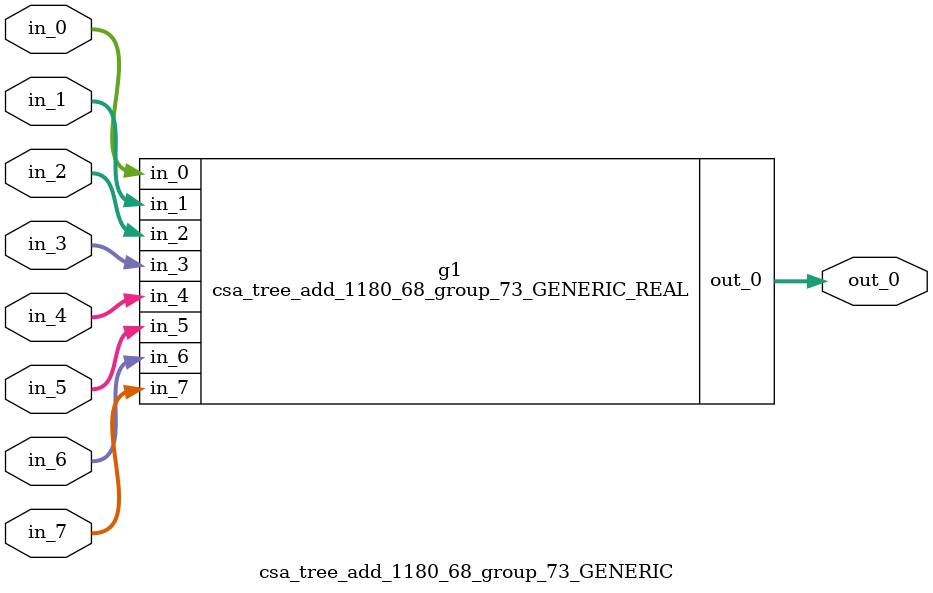
<source format=v>
module csa_tree_add_1180_68_group_73_GENERIC_REAL(in_0, in_1, in_2,
     in_3, in_4, in_5, in_6, in_7, out_0);
// synthesis_equation "assign out_0 = ( ( ( ( ( ( ( in_6 + in_7 )  + in_5 )  + in_4 )  + in_3 )  + in_2 )  + in_1 )  + in_0 )  ;"
  input [6:0] in_0, in_1, in_2, in_3, in_4, in_5, in_6, in_7;
  output [9:0] out_0;
  wire [6:0] in_0, in_1, in_2, in_3, in_4, in_5, in_6, in_7;
  wire [9:0] out_0;
  wire n_68, n_69, n_70, n_71, n_72, n_73, n_74, n_75;
  wire n_76, n_78, n_79, n_80, n_81, n_82, n_83, n_84;
  wire n_85, n_86, n_87, n_88, n_89, n_90, n_91, n_92;
  wire n_93, n_94, n_95, n_96, n_97, n_98, n_99, n_100;
  wire n_101, n_102, n_103, n_104, n_105, n_106, n_107, n_108;
  wire n_109, n_110, n_111, n_112, n_113, n_114, n_115, n_116;
  wire n_117, n_118, n_119, n_120, n_121, n_122, n_123, n_124;
  wire n_125, n_126, n_127, n_128, n_129, n_130, n_131, n_132;
  wire n_133, n_134, n_135, n_136, n_137, n_138, n_139, n_140;
  wire n_141, n_142, n_143, n_144, n_145, n_146, n_147, n_148;
  wire n_149, n_150, n_151, n_152, n_153, n_154, n_155, n_156;
  wire n_157, n_158, n_159, n_160, n_161, n_162, n_163, n_164;
  wire n_165, n_166, n_167, n_168, n_169, n_170, n_171, n_172;
  wire n_173, n_174, n_175, n_176, n_177, n_178, n_179, n_180;
  wire n_181, n_182, n_183, n_184, n_185, n_186, n_187, n_188;
  wire n_189, n_190, n_191, n_192, n_193, n_194, n_195, n_196;
  wire n_197, n_198, n_199, n_200, n_201, n_202, n_203, n_204;
  wire n_205, n_206, n_207, n_208, n_209, n_210, n_211, n_212;
  wire n_213, n_214, n_215, n_216, n_217, n_218, n_219, n_220;
  wire n_221, n_222, n_223, n_224, n_225, n_226, n_227, n_228;
  wire n_229, n_230, n_231, n_232, n_233, n_234, n_235, n_236;
  wire n_237, n_238, n_239, n_240, n_241, n_242, n_243, n_244;
  wire n_245, n_246, n_247, n_248, n_249, n_250, n_251, n_252;
  wire n_253, n_254, n_255, n_256, n_257, n_258, n_259, n_260;
  wire n_261, n_262, n_263, n_264, n_265, n_266, n_267, n_268;
  wire n_269, n_270, n_271, n_272, n_273, n_274, n_275, n_276;
  wire n_277, n_278, n_279, n_280, n_281, n_282, n_283, n_284;
  wire n_285, n_286, n_287, n_288, n_289, n_290, n_291, n_292;
  wire n_293, n_294, n_295, n_296, n_297, n_298, n_299, n_300;
  wire n_301, n_302, n_303, n_304, n_305, n_306, n_307, n_308;
  wire n_309, n_310, n_311, n_312, n_313, n_314, n_315, n_316;
  wire n_317, n_318, n_319, n_320, n_321, n_322, n_323, n_324;
  wire n_325, n_326, n_327, n_328, n_329, n_330, n_331, n_332;
  wire n_333, n_334, n_335, n_336, n_337, n_338, n_339, n_340;
  xor g1 (n_87, in_0[0], in_7[0]);
  and g41 (n_88, in_0[0], in_7[0]);
  xor g42 (n_149, in_6[0], in_1[0]);
  xor g2 (n_86, n_149, in_5[0]);
  nand g43 (n_150, in_6[0], in_1[0]);
  nand g44 (n_151, in_5[0], in_1[0]);
  nand g45 (n_152, in_6[0], in_5[0]);
  nand g46 (n_90, n_150, n_151, n_152);
  xor g47 (n_153, in_4[0], in_3[0]);
  xor g48 (n_76, n_153, in_2[0]);
  nand g3 (n_154, in_4[0], in_3[0]);
  nand g49 (n_155, in_2[0], in_3[0]);
  nand g50 (n_156, in_4[0], in_2[0]);
  nand g51 (n_91, n_154, n_155, n_156);
  xor g52 (n_89, in_0[1], in_1[1]);
  and g53 (n_94, in_0[1], in_1[1]);
  xor g54 (n_157, in_3[1], in_7[1]);
  xor g55 (n_92, n_157, in_4[1]);
  nand g56 (n_158, in_3[1], in_7[1]);
  nand g4 (n_159, in_4[1], in_7[1]);
  nand g5 (n_160, in_3[1], in_4[1]);
  nand g57 (n_97, n_158, n_159, n_160);
  xor g58 (n_161, in_2[1], in_5[1]);
  xor g59 (n_93, n_161, in_6[1]);
  nand g60 (n_162, in_2[1], in_5[1]);
  nand g61 (n_163, in_6[1], in_5[1]);
  nand g62 (n_164, in_2[1], in_6[1]);
  nand g6 (n_96, n_162, n_163, n_164);
  xor g63 (n_165, n_88, n_89);
  xor g64 (n_75, n_165, n_90);
  nand g65 (n_166, n_88, n_89);
  nand g66 (n_167, n_90, n_89);
  nand g67 (n_168, n_88, n_90);
  nand g68 (n_101, n_166, n_167, n_168);
  xor g69 (n_169, n_91, n_92);
  xor g70 (n_85, n_169, n_93);
  nand g71 (n_170, n_91, n_92);
  nand g72 (n_171, n_93, n_92);
  nand g73 (n_172, n_91, n_93);
  nand g74 (n_102, n_170, n_171, n_172);
  xor g75 (n_95, in_0[2], in_1[2]);
  and g76 (n_103, in_0[2], in_1[2]);
  xor g77 (n_173, in_3[2], in_7[2]);
  xor g78 (n_98, n_173, in_4[2]);
  nand g79 (n_174, in_3[2], in_7[2]);
  nand g80 (n_175, in_4[2], in_7[2]);
  nand g81 (n_176, in_3[2], in_4[2]);
  nand g82 (n_104, n_174, n_175, n_176);
  xor g83 (n_177, in_2[2], in_5[2]);
  xor g84 (n_99, n_177, in_6[2]);
  nand g85 (n_178, in_2[2], in_5[2]);
  nand g86 (n_179, in_6[2], in_5[2]);
  nand g87 (n_180, in_2[2], in_6[2]);
  nand g88 (n_105, n_178, n_179, n_180);
  xor g89 (n_181, n_94, n_95);
  xor g90 (n_100, n_181, n_96);
  nand g91 (n_182, n_94, n_95);
  nand g92 (n_183, n_96, n_95);
  nand g93 (n_184, n_94, n_96);
  nand g94 (n_109, n_182, n_183, n_184);
  xor g95 (n_185, n_97, n_98);
  xor g96 (n_74, n_185, n_99);
  nand g97 (n_186, n_97, n_98);
  nand g98 (n_187, n_99, n_98);
  nand g99 (n_188, n_97, n_99);
  nand g100 (n_110, n_186, n_187, n_188);
  xor g101 (n_189, n_100, n_101);
  xor g102 (n_84, n_189, n_102);
  nand g103 (n_190, n_100, n_101);
  nand g104 (n_191, n_102, n_101);
  nand g105 (n_192, n_100, n_102);
  nand g106 (n_73, n_190, n_191, n_192);
  xor g107 (n_193, in_0[3], in_1[3]);
  xor g108 (n_106, n_193, in_3[3]);
  nand g109 (n_194, in_0[3], in_1[3]);
  nand g110 (n_195, in_3[3], in_1[3]);
  nand g111 (n_196, in_0[3], in_3[3]);
  nand g112 (n_113, n_194, n_195, n_196);
  xor g113 (n_197, in_7[3], in_4[3]);
  xor g114 (n_107, n_197, in_2[3]);
  nand g115 (n_198, in_7[3], in_4[3]);
  nand g116 (n_199, in_2[3], in_4[3]);
  nand g117 (n_200, in_7[3], in_2[3]);
  nand g118 (n_114, n_198, n_199, n_200);
  xor g119 (n_201, in_5[3], in_6[3]);
  xor g120 (n_108, n_201, n_103);
  nand g121 (n_202, in_5[3], in_6[3]);
  nand g122 (n_203, n_103, in_6[3]);
  nand g123 (n_204, in_5[3], n_103);
  nand g124 (n_117, n_202, n_203, n_204);
  xor g125 (n_205, n_104, n_105);
  xor g126 (n_111, n_205, n_106);
  nand g127 (n_206, n_104, n_105);
  nand g128 (n_207, n_106, n_105);
  nand g129 (n_208, n_104, n_106);
  nand g130 (n_119, n_206, n_207, n_208);
  xor g131 (n_209, n_107, n_108);
  xor g132 (n_112, n_209, n_109);
  nand g133 (n_210, n_107, n_108);
  nand g134 (n_211, n_109, n_108);
  nand g135 (n_212, n_107, n_109);
  nand g136 (n_121, n_210, n_211, n_212);
  xor g137 (n_213, n_110, n_111);
  xor g138 (n_83, n_213, n_112);
  nand g139 (n_214, n_110, n_111);
  nand g140 (n_215, n_112, n_111);
  nand g141 (n_216, n_110, n_112);
  nand g142 (n_72, n_214, n_215, n_216);
  xor g143 (n_217, in_0[4], in_1[4]);
  xor g144 (n_115, n_217, in_3[4]);
  nand g145 (n_218, in_0[4], in_1[4]);
  nand g146 (n_219, in_3[4], in_1[4]);
  nand g147 (n_220, in_0[4], in_3[4]);
  nand g148 (n_123, n_218, n_219, n_220);
  xor g149 (n_221, in_7[4], in_4[4]);
  xor g150 (n_116, n_221, in_2[4]);
  nand g151 (n_222, in_7[4], in_4[4]);
  nand g152 (n_223, in_2[4], in_4[4]);
  nand g153 (n_224, in_7[4], in_2[4]);
  nand g154 (n_124, n_222, n_223, n_224);
  xor g155 (n_225, in_5[4], in_6[4]);
  xor g156 (n_118, n_225, n_113);
  nand g157 (n_226, in_5[4], in_6[4]);
  nand g158 (n_227, n_113, in_6[4]);
  nand g159 (n_228, in_5[4], n_113);
  nand g160 (n_128, n_226, n_227, n_228);
  xor g161 (n_229, n_114, n_115);
  xor g162 (n_120, n_229, n_116);
  nand g163 (n_230, n_114, n_115);
  nand g164 (n_231, n_116, n_115);
  nand g165 (n_232, n_114, n_116);
  nand g166 (n_129, n_230, n_231, n_232);
  xor g167 (n_233, n_117, n_118);
  xor g168 (n_122, n_233, n_119);
  nand g169 (n_234, n_117, n_118);
  nand g170 (n_235, n_119, n_118);
  nand g171 (n_236, n_117, n_119);
  nand g172 (n_132, n_234, n_235, n_236);
  xor g173 (n_237, n_120, n_121);
  xor g174 (n_82, n_237, n_122);
  nand g175 (n_238, n_120, n_121);
  nand g176 (n_239, n_122, n_121);
  nand g177 (n_240, n_120, n_122);
  nand g178 (n_71, n_238, n_239, n_240);
  xor g179 (n_241, in_0[5], in_1[5]);
  xor g180 (n_125, n_241, in_3[5]);
  nand g181 (n_242, in_0[5], in_1[5]);
  nand g182 (n_243, in_3[5], in_1[5]);
  nand g183 (n_244, in_0[5], in_3[5]);
  nand g184 (n_133, n_242, n_243, n_244);
  xor g185 (n_245, in_7[5], in_4[5]);
  xor g186 (n_126, n_245, in_2[5]);
  nand g187 (n_246, in_7[5], in_4[5]);
  nand g188 (n_247, in_2[5], in_4[5]);
  nand g189 (n_248, in_7[5], in_2[5]);
  nand g190 (n_134, n_246, n_247, n_248);
  xor g191 (n_249, in_5[5], in_6[5]);
  xor g192 (n_127, n_249, n_123);
  nand g193 (n_250, in_5[5], in_6[5]);
  nand g194 (n_251, n_123, in_6[5]);
  nand g195 (n_252, in_5[5], n_123);
  nand g196 (n_138, n_250, n_251, n_252);
  xor g197 (n_253, n_124, n_125);
  xor g198 (n_130, n_253, n_126);
  nand g199 (n_254, n_124, n_125);
  nand g200 (n_255, n_126, n_125);
  nand g201 (n_256, n_124, n_126);
  nand g202 (n_139, n_254, n_255, n_256);
  xor g203 (n_257, n_127, n_128);
  xor g204 (n_131, n_257, n_129);
  nand g205 (n_258, n_127, n_128);
  nand g206 (n_259, n_129, n_128);
  nand g207 (n_260, n_127, n_129);
  nand g208 (n_142, n_258, n_259, n_260);
  xor g209 (n_261, n_130, n_131);
  xor g210 (n_81, n_261, n_132);
  nand g211 (n_262, n_130, n_131);
  nand g212 (n_263, n_132, n_131);
  nand g213 (n_264, n_130, n_132);
  nand g214 (n_70, n_262, n_263, n_264);
  xor g215 (n_265, in_0[6], in_1[6]);
  xor g216 (n_135, n_265, in_3[6]);
  nand g217 (n_266, in_0[6], in_1[6]);
  nand g218 (n_267, in_3[6], in_1[6]);
  nand g219 (n_268, in_0[6], in_3[6]);
  nand g220 (n_143, n_266, n_267, n_268);
  xor g221 (n_269, in_7[6], in_4[6]);
  xor g222 (n_136, n_269, in_2[6]);
  nand g223 (n_270, in_7[6], in_4[6]);
  nand g224 (n_271, in_2[6], in_4[6]);
  nand g225 (n_272, in_7[6], in_2[6]);
  nand g226 (n_144, n_270, n_271, n_272);
  xor g227 (n_273, in_5[6], in_6[6]);
  xor g228 (n_137, n_273, n_133);
  nand g229 (n_274, in_5[6], in_6[6]);
  nand g230 (n_275, n_133, in_6[6]);
  nand g231 (n_276, in_5[6], n_133);
  nand g232 (n_145, n_274, n_275, n_276);
  xor g233 (n_277, n_134, n_135);
  xor g234 (n_140, n_277, n_136);
  nand g235 (n_278, n_134, n_135);
  nand g236 (n_279, n_136, n_135);
  nand g237 (n_280, n_134, n_136);
  nand g238 (n_146, n_278, n_279, n_280);
  xor g239 (n_281, n_137, n_138);
  xor g240 (n_141, n_281, n_139);
  nand g241 (n_282, n_137, n_138);
  nand g242 (n_283, n_139, n_138);
  nand g243 (n_284, n_137, n_139);
  nand g244 (n_148, n_282, n_283, n_284);
  xor g245 (n_285, n_140, n_141);
  xor g246 (n_80, n_285, n_142);
  nand g247 (n_286, n_140, n_141);
  nand g248 (n_287, n_142, n_141);
  nand g249 (n_288, n_140, n_142);
  nand g250 (n_69, n_286, n_287, n_288);
  xor g251 (n_289, n_143, n_144);
  xor g252 (n_147, n_289, n_145);
  nand g253 (n_290, n_143, n_144);
  nand g254 (n_291, n_145, n_144);
  nand g255 (n_292, n_143, n_145);
  nand g256 (n_68, n_290, n_291, n_292);
  xor g257 (n_293, n_146, n_147);
  xor g258 (n_79, n_293, n_148);
  nand g259 (n_294, n_146, n_147);
  nand g260 (n_295, n_148, n_147);
  nand g261 (n_296, n_146, n_148);
  nand g262 (n_78, n_294, n_295, n_296);
  nand g263 (n_297, n_76, n_86);
  nand g264 (n_298, n_76, n_87);
  nand g265 (n_299, n_86, n_87);
  nand g266 (n_301, n_297, n_298, n_299);
  xor g267 (n_300, n_76, n_86);
  xor g268 (out_0[0], n_87, n_300);
  nand g7 (n_302, n_75, n_85);
  nand g8 (n_303, n_75, n_301);
  nand g9 (n_304, n_85, n_301);
  nand g10 (n_306, n_302, n_303, n_304);
  xor g11 (n_305, n_75, n_85);
  xor g12 (out_0[1], n_301, n_305);
  nand g13 (n_307, n_74, n_84);
  nand g14 (n_308, n_74, n_306);
  nand g15 (n_309, n_84, n_306);
  nand g16 (n_311, n_307, n_308, n_309);
  xor g17 (n_310, n_74, n_84);
  xor g18 (out_0[2], n_306, n_310);
  nand g19 (n_312, n_73, n_83);
  nand g20 (n_313, n_73, n_311);
  nand g21 (n_314, n_83, n_311);
  nand g22 (n_316, n_312, n_313, n_314);
  xor g23 (n_315, n_73, n_83);
  xor g24 (out_0[3], n_311, n_315);
  nand g25 (n_317, n_72, n_82);
  nand g26 (n_318, n_72, n_316);
  nand g27 (n_319, n_82, n_316);
  nand g28 (n_321, n_317, n_318, n_319);
  xor g29 (n_320, n_72, n_82);
  xor g30 (out_0[4], n_316, n_320);
  nand g31 (n_322, n_71, n_81);
  nand g32 (n_323, n_71, n_321);
  nand g33 (n_324, n_81, n_321);
  nand g34 (n_326, n_322, n_323, n_324);
  xor g35 (n_325, n_71, n_81);
  xor g36 (out_0[5], n_321, n_325);
  nand g37 (n_327, n_70, n_80);
  nand g38 (n_328, n_70, n_326);
  nand g39 (n_329, n_80, n_326);
  nand g40 (n_331, n_327, n_328, n_329);
  xor g269 (n_330, n_70, n_80);
  xor g270 (out_0[6], n_326, n_330);
  nand g271 (n_332, n_69, n_79);
  nand g272 (n_333, n_69, n_331);
  nand g273 (n_334, n_79, n_331);
  nand g274 (n_336, n_332, n_333, n_334);
  xor g275 (n_335, n_69, n_79);
  xor g276 (out_0[7], n_331, n_335);
  nand g277 (n_337, n_68, n_78);
  nand g278 (n_338, n_68, n_336);
  nand g279 (n_339, n_78, n_336);
  nand g280 (out_0[9], n_337, n_338, n_339);
  xor g281 (n_340, n_68, n_78);
  xor g282 (out_0[8], n_336, n_340);
endmodule

module csa_tree_add_1180_68_group_73_GENERIC(in_0, in_1, in_2, in_3,
     in_4, in_5, in_6, in_7, out_0);
  input [6:0] in_0, in_1, in_2, in_3, in_4, in_5, in_6, in_7;
  output [9:0] out_0;
  wire [6:0] in_0, in_1, in_2, in_3, in_4, in_5, in_6, in_7;
  wire [9:0] out_0;
  csa_tree_add_1180_68_group_73_GENERIC_REAL g1(.in_0 (in_0), .in_1
       (in_1), .in_2 (in_2), .in_3 (in_3), .in_4 (in_4), .in_5 (in_5),
       .in_6 (in_6), .in_7 (in_7), .out_0 (out_0));
endmodule


</source>
